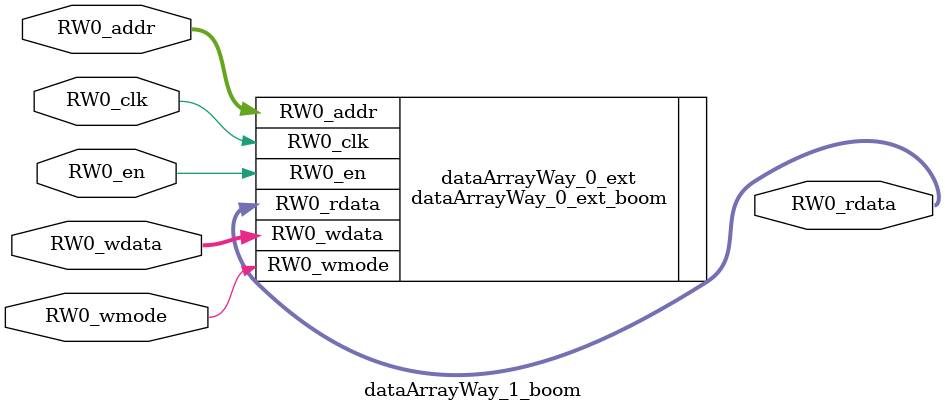
<source format=sv>
`ifndef RANDOMIZE
  `ifdef RANDOMIZE_REG_INIT
    `define RANDOMIZE
  `endif // RANDOMIZE_REG_INIT
`endif // not def RANDOMIZE
`ifndef RANDOMIZE
  `ifdef RANDOMIZE_MEM_INIT
    `define RANDOMIZE
  `endif // RANDOMIZE_MEM_INIT
`endif // not def RANDOMIZE

`ifndef RANDOM
  `define RANDOM $random
`endif // not def RANDOM

// Users can define 'PRINTF_COND' to add an extra gate to prints.
`ifndef PRINTF_COND_
  `ifdef PRINTF_COND
    `define PRINTF_COND_ (`PRINTF_COND)
  `else  // PRINTF_COND
    `define PRINTF_COND_ 1
  `endif // PRINTF_COND
`endif // not def PRINTF_COND_

// Users can define 'ASSERT_VERBOSE_COND' to add an extra gate to assert error printing.
`ifndef ASSERT_VERBOSE_COND_
  `ifdef ASSERT_VERBOSE_COND
    `define ASSERT_VERBOSE_COND_ (`ASSERT_VERBOSE_COND)
  `else  // ASSERT_VERBOSE_COND
    `define ASSERT_VERBOSE_COND_ 1
  `endif // ASSERT_VERBOSE_COND
`endif // not def ASSERT_VERBOSE_COND_

// Users can define 'STOP_COND' to add an extra gate to stop conditions.
`ifndef STOP_COND_
  `ifdef STOP_COND
    `define STOP_COND_ (`STOP_COND)
  `else  // STOP_COND
    `define STOP_COND_ 1
  `endif // STOP_COND
`endif // not def STOP_COND_

// Users can define INIT_RANDOM as general code that gets injected into the
// initializer block for modules with registers.
`ifndef INIT_RANDOM
  `define INIT_RANDOM
`endif // not def INIT_RANDOM

// If using random initialization, you can also define RANDOMIZE_DELAY to
// customize the delay used, otherwise 0.002 is used.
`ifndef RANDOMIZE_DELAY
  `define RANDOMIZE_DELAY 0.002
`endif // not def RANDOMIZE_DELAY

// Define INIT_RANDOM_PROLOG_ for use in our modules below.
`ifndef INIT_RANDOM_PROLOG_
  `ifdef RANDOMIZE
    `ifdef VERILATOR
      `define INIT_RANDOM_PROLOG_ `INIT_RANDOM
    `else  // VERILATOR
      `define INIT_RANDOM_PROLOG_ `INIT_RANDOM #`RANDOMIZE_DELAY begin end
    `endif // VERILATOR
  `else  // RANDOMIZE
    `define INIT_RANDOM_PROLOG_
  `endif // RANDOMIZE
`endif // not def INIT_RANDOM_PROLOG_

module dataArrayWay_1_boom(	// @[DescribedSRAM.scala:17:26]
  input  [8:0]  RW0_addr,
  input         RW0_en,
                RW0_clk,
                RW0_wmode,
  input  [63:0] RW0_wdata,
  output [63:0] RW0_rdata
);

  dataArrayWay_0_ext_boom dataArrayWay_0_ext (	// @[DescribedSRAM.scala:17:26]
    .RW0_addr  (RW0_addr),
    .RW0_en    (RW0_en),
    .RW0_clk   (RW0_clk),
    .RW0_wmode (RW0_wmode),
    .RW0_wdata (RW0_wdata),
    .RW0_rdata (RW0_rdata)
  );
endmodule


</source>
